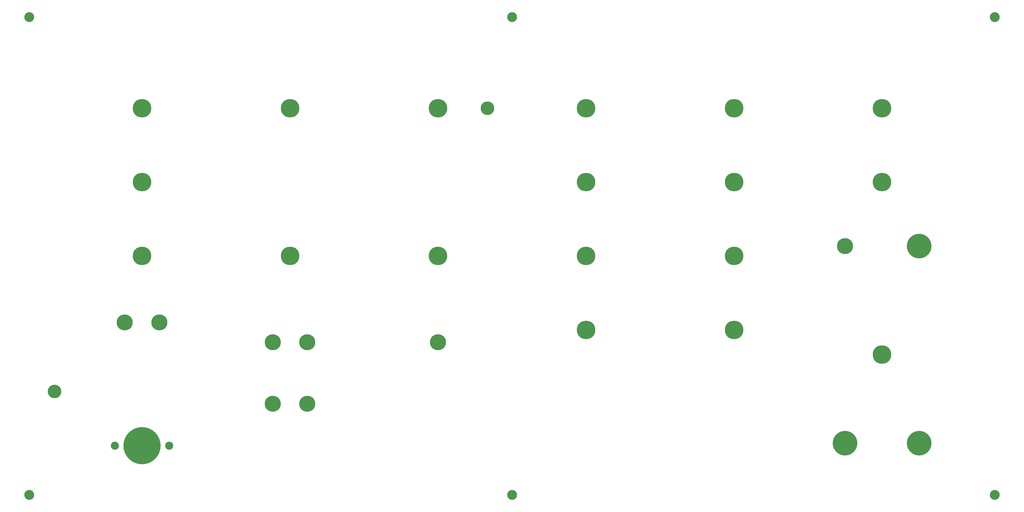
<source format=gbr>
%TF.GenerationSoftware,KiCad,Pcbnew,5.99.0+really5.1.10+dfsg1-1*%
%TF.CreationDate,2021-12-27T14:24:10+01:00*%
%TF.ProjectId,polykit-panel,706f6c79-6b69-4742-9d70-616e656c2e6b,v1.0.0*%
%TF.SameCoordinates,Original*%
%TF.FileFunction,Soldermask,Bot*%
%TF.FilePolarity,Negative*%
%FSLAX46Y46*%
G04 Gerber Fmt 4.6, Leading zero omitted, Abs format (unit mm)*
G04 Created by KiCad (PCBNEW 5.99.0+really5.1.10+dfsg1-1) date 2021-12-27 14:24:10*
%MOMM*%
%LPD*%
G01*
G04 APERTURE LIST*
%ADD10C,6.500000*%
%ADD11C,7.500000*%
%ADD12C,5.500000*%
%ADD13C,4.000000*%
%ADD14C,10.000000*%
%ADD15C,3.300000*%
%ADD16C,15.100000*%
G04 APERTURE END LIST*
D10*
%TO.C,REF\u002A\u002A*%
X-92000000Y-152000000D03*
%TD*%
%TO.C,REF\u002A\u002A*%
X-32000000Y-185000000D03*
%TD*%
%TO.C,REF\u002A\u002A*%
X-32000000Y-160000000D03*
%TD*%
D11*
%TO.C,REF\u002A\u002A*%
X155000000Y-125000000D03*
%TD*%
%TO.C,REF\u002A\u002A*%
X155000000Y-65000000D03*
%TD*%
%TO.C,REF\u002A\u002A*%
X155000000Y-95000000D03*
%TD*%
%TO.C,REF\u002A\u002A*%
X155000000Y-155000000D03*
%TD*%
D12*
%TO.C,REF\u002A\u002A*%
X-120500000Y-180000000D03*
%TD*%
%TO.C,REF\u002A\u002A*%
X55000000Y-65000000D03*
%TD*%
D13*
%TO.C,REF\u002A\u002A*%
X260700000Y-222000000D03*
X260700000Y-28000000D03*
%TD*%
%TO.C,REF\u002A\u002A*%
X65000000Y-222000000D03*
X65000000Y-28000000D03*
%TD*%
%TO.C,REF\u002A\u002A*%
X-130700000Y-222000000D03*
X-130700000Y-28000000D03*
%TD*%
D10*
%TO.C,REF\u002A\u002A*%
X-18000000Y-185000000D03*
%TD*%
%TO.C,REF\u002A\u002A*%
X-18000000Y-160000000D03*
%TD*%
D14*
%TO.C,REF\u002A\u002A*%
X200000000Y-201000000D03*
%TD*%
%TO.C,REF\u002A\u002A*%
X230000000Y-201000000D03*
%TD*%
%TO.C,REF\u002A\u002A*%
X230000000Y-121000000D03*
%TD*%
D11*
%TO.C,REF\u002A\u002A*%
X215000000Y-165000000D03*
%TD*%
D10*
%TO.C,REF\u002A\u002A*%
X200000000Y-121000000D03*
%TD*%
%TO.C,REF\u002A\u002A*%
X35000000Y-160000000D03*
%TD*%
%TO.C,REF\u002A\u002A*%
X-78000000Y-152000000D03*
%TD*%
D11*
%TO.C,REF\u002A\u002A*%
X35000000Y-65000000D03*
%TD*%
%TO.C,REF\u002A\u002A*%
X35000000Y-125000000D03*
%TD*%
%TO.C,REF\u002A\u002A*%
X-25000000Y-65000000D03*
%TD*%
%TO.C,REF\u002A\u002A*%
X-25000000Y-125000000D03*
%TD*%
%TO.C,REF\u002A\u002A*%
X215000000Y-65000000D03*
%TD*%
%TO.C,REF\u002A\u002A*%
X215000000Y-95000000D03*
%TD*%
%TO.C,REF\u002A\u002A*%
X95000000Y-155000000D03*
%TD*%
%TO.C,REF\u002A\u002A*%
X95000000Y-125000000D03*
%TD*%
%TO.C,REF\u002A\u002A*%
X95000000Y-65000000D03*
%TD*%
%TO.C,REF\u002A\u002A*%
X95000000Y-95000000D03*
%TD*%
%TO.C,REF\u002A\u002A*%
X-85000000Y-125000000D03*
%TD*%
%TO.C,REF\u002A\u002A*%
X-85000000Y-95000000D03*
%TD*%
%TO.C,REF\u002A\u002A*%
X-85000000Y-65000000D03*
%TD*%
D15*
%TO.C,REF\u002A\u002A*%
X-96000000Y-202000000D03*
X-74000000Y-202000000D03*
D16*
X-85000000Y-202000000D03*
%TD*%
M02*

</source>
